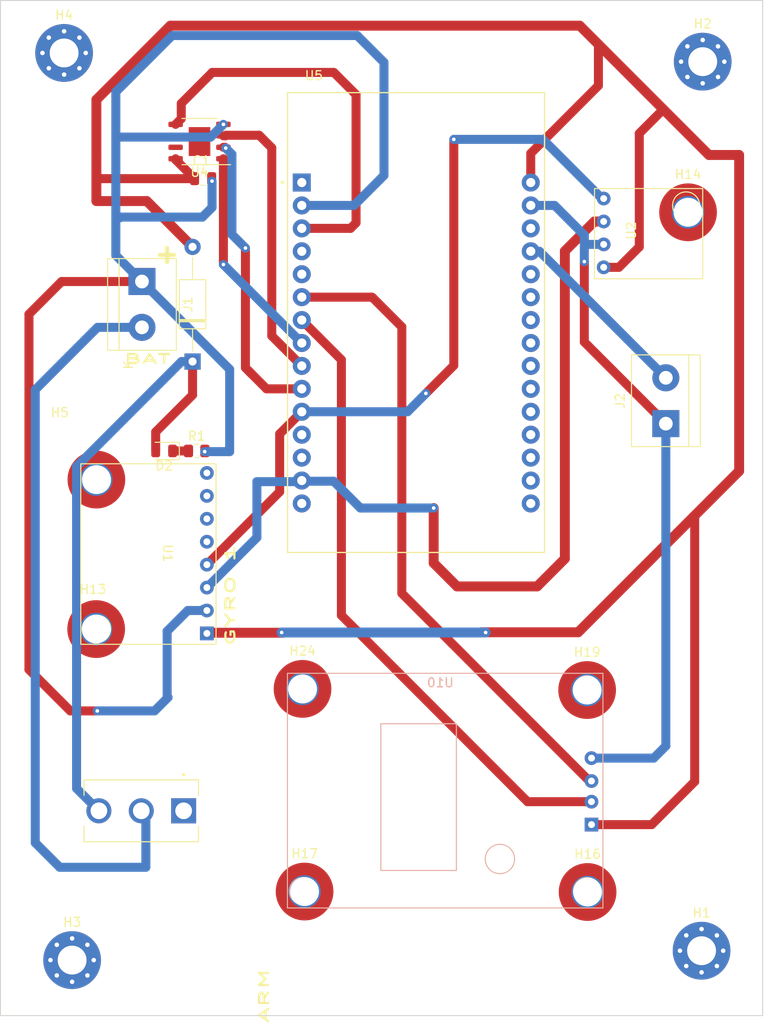
<source format=kicad_pcb>
(kicad_pcb (version 20211014) (generator pcbnew)
  (layers (0 "F.Cu" signal) (31 "B.Cu" signal) (34 "B.Paste" user) (35 "F.Paste" user) (36 "B.SilkS" user "B.Silkscreen") (37 "F.SilkS" user "F.Silkscreen") (38 "B.Mask" user) (39 "F.Mask" user) (44 "Edge.Cuts" user))
  (net 0 "")
  (net 1 "+5V")
  (net 2 "Net-(D1-Pad1)")
  (net 3 "Net-(J1-Pad2)")
  (net 4 "SCL")
  (net 8 "CS")
  (net 9 "~{CLK}")
  (net 10 "DI")
  (net 11 "~{HOLD}")
  (net 12 "ACTIVATE_EJECT")
  (net 14 "Net-(D2-Pad1)")
  (net 15 "GPS_TX")
  (net 16 "D0")
  (net 17 "GPS_RX")
  (net 18 "GND")
  (net 20 "SDA")
  (net 22 "CLK")
  (footprint "TerminalBlock:TerminalBlock_bornier-2_P5.08mm" (layer "F.Cu") (at 169.0878 50.3936 -90)
    (fp_text reference "J1" (at 2.54 -5.08 90) (layer "F.SilkS"))
    (fp_text value "Screw_Terminal_01x02")
    (fp_line (start -2.54 3.81) (end 7.62 3.81) (layer "F.SilkS") (width 0.12))
    (fp_line (start 7.62 2.54) (end -2.54 2.54) (layer "F.SilkS") (width 0.12))
    (fp_line (start 7.62 3.81) (end 7.62 -3.81) (layer "F.SilkS") (width 0.12))
    (fp_line (start -2.54 -3.81) (end -2.54 3.81) (layer "F.SilkS") (width 0.12))
    (fp_line (start 7.62 -3.81) (end -2.54 -3.81) (layer "F.SilkS") (width 0.12))
    (pad "1" thru_hole rect (at 0 0 270) (size 3 3) (drill 1.52) (layers *.Cu *.Mask) (net 18 "GND"))
    (pad "2" thru_hole circle (at 5.08 0 270) (size 3 3) (drill 1.52) (layers *.Cu *.Mask) (net 3 "Net-(J1-Pad2)"))
  )
  (footprint "MountingHole:MountingHole_3.2mm_M3_Pad_TopOnly" (layer "F.Cu") (at 229.6668 42.7228)
    (fp_text reference "H14" (at 0 -4.2) (layer "F.SilkS"))
    (fp_text value "MountingHole_Pad")
    (pad "1" thru_hole circle (at 0 0) (size 3.6 3.6) (drill 3.2) (layers *.Cu *.Mask))
    (pad "1" connect circle (at 0 0) (size 6.4 6.4) (layers "F.Cu" "F.Mask"))
  )
  (footprint "Capacitor_SMD:C_0805_2012Metric" (layer "F.Cu") (at 175.8728 38.997)
    (fp_text reference "C1" (at -0.2 -1.99) (layer "F.SilkS"))
    (fp_text value "100nF")
    (fp_line (start -0.261252 0.735) (end 0.261252 0.735) (layer "F.SilkS") (width 0.12))
    (fp_line (start -0.261252 -0.735) (end 0.261252 -0.735) (layer "F.SilkS") (width 0.12))
    (pad "1" smd roundrect (at -0.95 0) (size 1 1.45) (layers "F.Cu" "F.Paste" "F.Mask") (net 1 "+5V"))
    (pad "2" smd roundrect (at 0.95 0) (size 1 1.45) (layers "F.Cu" "F.Paste" "F.Mask") (net 18 "GND"))
  )
  (footprint "Diode_THT:D_A-405_P12.70mm_Horizontal" (layer "F.Cu") (at 174.7012 59.2582 90)
    (fp_text reference "D1" hide)
    (fp_text value "DIODE")
    (fp_text user "K" (at -0.381 -7.107 90) (layer "F.SilkS"))
    (fp_line (start 3.63 1.47) (end 9.07 1.47) (layer "F.SilkS") (width 0.12))
    (fp_line (start 4.41 -1.47) (end 4.41 1.47) (layer "F.SilkS") (width 0.12))
    (fp_line (start 4.53 -1.47) (end 4.53 1.47) (layer "F.SilkS") (width 0.12))
    (fp_line (start 4.65 -1.47) (end 4.65 1.47) (layer "F.SilkS") (width 0.12))
    (fp_line (start 3.63 -1.47) (end 3.63 1.47) (layer "F.SilkS") (width 0.12))
    (fp_line (start 1.14 0) (end 3.63 0) (layer "F.SilkS") (width 0.12))
    (fp_line (start 11.56 0) (end 9.07 0) (layer "F.SilkS") (width 0.12))
    (fp_line (start 9.07 -1.47) (end 3.63 -1.47) (layer "F.SilkS") (width 0.12))
    (fp_line (start 9.07 1.47) (end 9.07 -1.47) (layer "F.SilkS") (width 0.12))
    (pad "1" thru_hole rect (at 0 0 90) (size 1.8 1.8) (drill 0.9) (layers *.Cu *.Mask) (net 2 "Net-(D1-Pad1)"))
    (pad "2" thru_hole oval (at 12.7 0 90) (size 1.8 1.8) (drill 0.9) (layers *.Cu *.Mask) (net 1 "+5V"))
  )
  (footprint "TerminalBlock:TerminalBlock_bornier-2_P5.08mm" (layer "F.Cu") (at 227.203 66.1416 90)
    (fp_text reference "J2" (at 2.54 -5.08 90) (layer "F.SilkS"))
    (fp_text value "Screw_Terminal_01x02")
    (fp_line (start -2.54 -3.81) (end -2.54 3.81) (layer "F.SilkS") (width 0.12))
    (fp_line (start 7.62 2.54) (end -2.54 2.54) (layer "F.SilkS") (width 0.12))
    (fp_line (start 7.62 -3.81) (end -2.54 -3.81) (layer "F.SilkS") (width 0.12))
    (fp_line (start 7.62 3.81) (end 7.62 -3.81) (layer "F.SilkS") (width 0.12))
    (fp_line (start -2.54 3.81) (end 7.62 3.81) (layer "F.SilkS") (width 0.12))
    (pad "1" thru_hole rect (at 0 0 90) (size 3 3) (drill 1.52) (layers *.Cu *.Mask) (net 18 "GND"))
    (pad "2" thru_hole circle (at 5.08 0 90) (size 3 3) (drill 1.52) (layers *.Cu *.Mask) (net 12 "ACTIVATE_EJECT"))
  )
  (footprint "Package_SO:HTSOP-8-1EP_3.9x4.9mm_P1.27mm_EP2.4x3.2mm" (layer "F.Cu") (at 175.4728 34.887 180)
    (fp_text reference "U4" (at 0 -3.4) (layer "F.SilkS"))
    (fp_text value "W25Q64FV_Winbond_Flash_Memory")
    (fp_line (start 0 -2.56) (end -3.45 -2.56) (layer "F.SilkS") (width 0.12))
    (fp_line (start 0 2.56) (end -1.95 2.56) (layer "F.SilkS") (width 0.12))
    (fp_line (start 0 -2.56) (end 1.95 -2.56) (layer "F.SilkS") (width 0.12))
    (fp_line (start 0 2.56) (end 1.95 2.56) (layer "F.SilkS") (width 0.12))
    (pad "1" smd roundrect (at -2.65 -1.905 180) (size 1.6 0.6) (layers "F.Cu" "F.Paste" "F.Mask") (net 8 "CS"))
    (pad "2" smd roundrect (at -2.65 -0.635 180) (size 1.6 0.6) (layers "F.Cu" "F.Paste" "F.Mask") (net 16 "D0"))
    (pad "3" smd roundrect (at -2.65 0.635 180) (size 1.6 0.6) (layers "F.Cu" "F.Paste" "F.Mask") (net 9 "~{CLK}"))
    (pad "4" smd roundrect (at -2.65 1.905 180) (size 1.6 0.6) (layers "F.Cu" "F.Paste" "F.Mask") (net 18 "GND"))
    (pad "5" smd roundrect (at 2.65 1.905 180) (size 1.6 0.6) (layers "F.Cu" "F.Paste" "F.Mask") (net 10 "DI"))
    (pad "6" smd roundrect (at 2.65 0.635 180) (size 1.6 0.6) (layers "F.Cu" "F.Paste" "F.Mask") (net 22 "CLK"))
    (pad "7" smd roundrect (at 2.65 -0.635 180) (size 1.6 0.6) (layers "F.Cu" "F.Paste" "F.Mask") (net 11 "~{HOLD}"))
    (pad "8" smd roundrect (at 2.65 -1.905 180) (size 1.6 0.6) (layers "F.Cu" "F.Paste" "F.Mask") (net 1 "+5V"))
    (pad "9" smd rect (at 0 0 180) (size 2.4 3.2) (layers "F.Cu" "F.Mask"))
  )
  (footprint "MountingHole:MountingHole_3.2mm_M3_Pad_Via" (layer "F.Cu") (at 231.1654 124.5362)
    (fp_text reference "H1" (at 0 -4.2) (layer "F.SilkS"))
    (fp_text value "MountingHole_Pad")
    (pad "1" thru_hole circle (at 1.697056 -1.697056) (size 0.8 0.8) (drill 0.5) (layers *.Cu *.Mask) (net 18 "GND"))
    (pad "1" thru_hole circle (at 0 0) (size 6.4 6.4) (drill 3.2) (layers *.Cu *.Mask) (net 18 "GND"))
    (pad "1" thru_hole circle (at 1.697056 1.697056) (size 0.8 0.8) (drill 0.5) (layers *.Cu *.Mask) (net 18 "GND"))
    (pad "1" thru_hole circle (at 0 -2.4) (size 0.8 0.8) (drill 0.5) (layers *.Cu *.Mask) (net 18 "GND"))
    (pad "1" thru_hole circle (at 0 2.4) (size 0.8 0.8) (drill 0.5) (layers *.Cu *.Mask) (net 18 "GND"))
    (pad "1" thru_hole circle (at -1.697056 1.697056) (size 0.8 0.8) (drill 0.5) (layers *.Cu *.Mask) (net 18 "GND"))
    (pad "1" thru_hole circle (at 2.4 0) (size 0.8 0.8) (drill 0.5) (layers *.Cu *.Mask) (net 18 "GND"))
    (pad "1" thru_hole circle (at -2.4 0) (size 0.8 0.8) (drill 0.5) (layers *.Cu *.Mask) (net 18 "GND"))
    (pad "1" thru_hole circle (at -1.697056 -1.697056) (size 0.8 0.8) (drill 0.5) (layers *.Cu *.Mask) (net 18 "GND"))
  )
  (footprint "ESP32-DEVKIT-V1:MODULE_ESP32_DEVKIT_V1" (layer "F.Cu") (at 199.517 54.9402)
    (fp_text reference "U5" (at -11.355 -27.36) (layer "F.SilkS"))
    (fp_text value "ESP32-DEVKIT-V1")
    (fp_line (start -8.91 25.475) (end 8.78 25.475) (layer "F.SilkS") (width 0.127))
    (fp_line (start 14.23 25.475) (end -14.28 25.475) (layer "F.SilkS") (width 0.127))
    (fp_line (start -14.28 25.475) (end -14.28 -25.475) (layer "F.SilkS") (width 0.127))
    (fp_line (start 14.23 -25.475) (end 14.23 25.475) (layer "F.SilkS") (width 0.127))
    (fp_line (start -14.28 25.475) (end -8.91 25.475) (layer "F.SilkS") (width 0.127))
    (fp_line (start 14.23 -25.475) (end 14.23 25.475) (layer "F.SilkS") (width 0.127))
    (fp_line (start -14.28 -25.475) (end 14.23 -25.475) (layer "F.SilkS") (width 0.127))
    (fp_line (start -3.211 -25.475) (end 3.5 -25.475) (layer "F.SilkS") (width 0.127))
    (fp_line (start -14.28 25.475) (end -14.28 -25.475) (layer "F.SilkS") (width 0.127))
    (fp_line (start -14.28 -25.475) (end -3.211 -25.475) (layer "F.SilkS") (width 0.127))
    (fp_line (start 8.78 25.475) (end 14.23 25.475) (layer "F.SilkS") (width 0.127))
    (fp_line (start 3.5 -25.475) (end 14.23 -25.475) (layer "F.SilkS") (width 0.127))
    (fp_circle (center -14.85 -15.515) (end -14.75 -15.515) (layer "F.SilkS") (width 0.2) (fill none))
    (pad "" np_thru_hole circle locked (at -12.28 23.475) (size 3 3) (drill 3) (layers *.Cu *.Mask))
    (pad "" np_thru_hole circle locked (at -12.28 -23.475) (size 3 3) (drill 3) (layers *.Cu *.Mask))
    (pad "" np_thru_hole circle locked (at 12.23 -23.475) (size 3 3) (drill 3) (layers *.Cu *.Mask))
    (pad "" np_thru_hole circle locked (at 12.23 23.475) (size 3 3) (drill 3) (layers *.Cu *.Mask))
    (pad "1" thru_hole rect locked (at -12.7 -15.515) (size 2 2) (drill 1.02) (layers *.Cu *.Mask))
    (pad "2" thru_hole circle locked (at -12.7 -12.975) (size 2 2) (drill 1.02) (layers *.Cu *.Mask) (net 18 "GND"))
    (pad "3" thru_hole circle locked (at -12.7 -10.435) (size 2 2) (drill 1.02) (layers *.Cu *.Mask) (net 10 "DI"))
    (pad "4" thru_hole circle locked (at -12.7 -7.895) (size 2 2) (drill 1.02) (layers *.Cu *.Mask))
    (pad "5" thru_hole circle locked (at -12.7 -5.355) (size 2 2) (drill 1.02) (layers *.Cu *.Mask))
    (pad "6" thru_hole circle locked (at -12.7 -2.815) (size 2 2) (drill 1.02) (layers *.Cu *.Mask) (net 15 "GPS_TX"))
    (pad "7" thru_hole circle locked (at -12.7 -0.275) (size 2 2) (drill 1.02) (layers *.Cu *.Mask) (net 17 "GPS_RX"))
    (pad "8" thru_hole circle locked (at -12.7 2.265) (size 2 2) (drill 1.02) (layers *.Cu *.Mask) (net 8 "CS"))
    (pad "9" thru_hole circle locked (at -12.7 4.805) (size 2 2) (drill 1.02) (layers *.Cu *.Mask) (net 9 "~{CLK}"))
    (pad "10" thru_hole circle locked (at -12.7 7.345) (size 2 2) (drill 1.02) (layers *.Cu *.Mask) (net 16 "D0"))
    (pad "11" thru_hole circle locked (at -12.7 9.885) (size 2 2) (drill 1.02) (layers *.Cu *.Mask) (net 20 "SDA"))
    (pad "12" thru_hole circle locked (at -12.7 12.425) (size 2 2) (drill 1.02) (layers *.Cu *.Mask))
    (pad "13" thru_hole circle locked (at -12.7 14.965) (size 2 2) (drill 1.02) (layers *.Cu *.Mask))
    (pad "14" thru_hole circle locked (at -12.7 17.505) (size 2 2) (drill 1.02) (layers *.Cu *.Mask) (net 4 "SCL"))
    (pad "15" thru_hole circle locked (at -12.7 20.045) (size 2 2) (drill 1.02) (layers *.Cu *.Mask))
    (pad "16" thru_hole circle locked (at 12.7 20.045) (size 2 2) (drill 1.02) (layers *.Cu *.Mask))
    (pad "17" thru_hole circle locked (at 12.7 17.505) (size 2 2) (drill 1.02) (layers *.Cu *.Mask))
    (pad "18" thru_hole circle locked (at 12.7 14.965) (size 2 2) (drill 1.02) (layers *.Cu *.Mask))
    (pad "19" thru_hole circle locked (at 12.7 12.425) (size 2 2) (drill 1.02) (layers *.Cu *.Mask))
    (pad "20" thru_hole circle locked (at 12.7 9.885) (size 2 2) (drill 1.02) (layers *.Cu *.Mask))
    (pad "21" thru_hole circle locked (at 12.7 7.345) (size 2 2) (drill 1.02) (layers *.Cu *.Mask))
    (pad "22" thru_hole circle locked (at 12.7 4.805) (size 2 2) (drill 1.02) (layers *.Cu *.Mask))
    (pad "23" thru_hole circle locked (at 12.7 2.265) (size 2 2) (drill 1.02) (layers *.Cu *.Mask))
    (pad "24" thru_hole circle locked (at 12.7 -0.275) (size 2 2) (drill 1.02) (layers *.Cu *.Mask))
    (pad "25" thru_hole circle locked (at 12.7 -2.815) (size 2 2) (drill 1.02) (layers *.Cu *.Mask))
    (pad "26" thru_hole circle locked (at 12.7 -5.355) (size 2 2) (drill 1.02) (layers *.Cu *.Mask))
    (pad "27" thru_hole circle locked (at 12.7 -7.895) (size 2 2) (drill 1.02) (layers *.Cu *.Mask) (net 12 "ACTIVATE_EJECT"))
    (pad "28" thru_hole circle locked (at 12.7 -10.435) (size 2 2) (drill 1.02) (layers *.Cu *.Mask))
    (pad "29" thru_hole circle locked (at 12.7 -12.975) (size 2 2) (drill 1.02) (layers *.Cu *.Mask) (net 18 "GND"))
    (pad "30" thru_hole circle locked (at 12.7 -15.515) (size 2 2) (drill 1.02) (layers *.Cu *.Mask) (net 1 "+5V"))
  )
  (footprint "MountingHole:MountingHole_3.2mm_M3_Pad_Via" (layer "F.Cu") (at 160.4518 25.0698)
    (fp_text reference "H4" (at 0 -4.2) (layer "F.SilkS"))
    (fp_text value "MountingHole_Pad")
    (pad "1" thru_hole circle (at 1.697056 -1.697056) (size 0.8 0.8) (drill 0.5) (layers *.Cu *.Mask) (net 18 "GND"))
    (pad "1" thru_hole circle (at 0 -2.4) (size 0.8 0.8) (drill 0.5) (layers *.Cu *.Mask) (net 18 "GND"))
    (pad "1" thru_hole circle (at -1.697056 1.697056) (size 0.8 0.8) (drill 0.5) (layers *.Cu *.Mask) (net 18 "GND"))
    (pad "1" thru_hole circle (at -2.4 0) (size 0.8 0.8) (drill 0.5) (layers *.Cu *.Mask) (net 18 "GND"))
    (pad "1" thru_hole circle (at 2.4 0) (size 0.8 0.8) (drill 0.5) (layers *.Cu *.Mask) (net 18 "GND"))
    (pad "1" thru_hole circle (at -1.697056 -1.697056) (size 0.8 0.8) (drill 0.5) (layers *.Cu *.Mask) (net 18 "GND"))
    (pad "1" thru_hole circle (at 0 2.4) (size 0.8 0.8) (drill 0.5) (layers *.Cu *.Mask) (net 18 "GND"))
    (pad "1" thru_hole circle (at 1.697056 1.697056) (size 0.8 0.8) (drill 0.5) (layers *.Cu *.Mask) (net 18 "GND"))
    (pad "1" thru_hole circle (at 0 0) (size 6.4 6.4) (drill 3.2) (layers *.Cu *.Mask) (net 18 "GND"))
  )
  (footprint "MountingHole:MountingHole_3.2mm_M3_Pad_TopOnly" (layer "F.Cu") (at 187.1278 117.9812)
    (fp_text reference "H17" (at 0 -4.2) (layer "F.SilkS"))
    (fp_text value "MountingHole_Pad")
    (pad "1" thru_hole circle (at 0 0) (size 3.6 3.6) (drill 3.2) (layers *.Cu *.Mask) (net 18 "GND"))
    (pad "1" connect circle (at 0 0) (size 6.4 6.4) (layers "F.Cu" "F.Mask") (net 18 "GND"))
  )
  (footprint "spdt_toggle_switch:SW_100SP1T1B4M2QE" (layer "F.Cu") (at 169.0116 109.0357 -90)
    (fp_text reference "S1" hide)
    (fp_text value "100SP1T1B4M2QE")
    (fp_line (start 3.43 -6.35) (end 1.71 -6.35) (layer "F.SilkS") (width 0.127))
    (fp_line (start -1.71 -6.35) (end -3.43 -6.35) (layer "F.SilkS") (width 0.127))
    (fp_line (start -3.43 6.35) (end -3.43 -6.35) (layer "F.SilkS") (width 0.127))
    (fp_line (start 3.43 6.35) (end 1.71 6.35) (layer "F.SilkS") (width 0.127))
    (fp_line (start 3.43 -6.35) (end 3.43 6.35) (layer "F.SilkS") (width 0.127))
    (fp_line (start -1.71 6.35) (end -3.43 6.35) (layer "F.SilkS") (width 0.127))
    (fp_circle (center -4 -4.7) (end -3.9 -4.7) (layer "F.SilkS") (width 0.2) (fill none))
    (pad "1" thru_hole rect locked (at 0 -4.7 270) (size 2.775 2.775) (drill 1.85) (layers *.Cu *.Mask))
    (pad "2" thru_hole circle locked (at 0 0 270) (size 2.775 2.775) (drill 1.85) (layers *.Cu *.Mask) (net 3 "Net-(J1-Pad2)"))
    (pad "3" thru_hole circle locked (at 0 4.7 270) (size 2.775 2.775) (drill 1.85) (layers *.Cu *.Mask) (net 2 "Net-(D1-Pad1)"))
  )
  (footprint "MountingHole:MountingHole_3.2mm_M3_Pad_TopOnly" (layer "F.Cu") (at 218.5222 118.032)
    (fp_text reference "H16" (at 0 -4.2) (layer "F.SilkS"))
    (fp_text value "MountingHole_Pad")
    (pad "1" thru_hole circle (at 0 0) (size 3.6 3.6) (drill 3.2) (layers *.Cu *.Mask) (net 18 "GND"))
    (pad "1" connect circle (at 0 0) (size 6.4 6.4) (layers "F.Cu" "F.Mask") (net 18 "GND"))
  )
  (footprint "MountingHole:MountingHole_3.2mm_M3_Pad_Via" (layer "F.Cu") (at 231.2924 26.035)
    (fp_text reference "H2" (at 0 -4.2) (layer "F.SilkS"))
    (fp_text value "MountingHole_Pad")
    (pad "1" thru_hole circle (at 0 0) (size 6.4 6.4) (drill 3.2) (layers *.Cu *.Mask) (net 18 "GND"))
    (pad "1" thru_hole circle (at 0 -2.4) (size 0.8 0.8) (drill 0.5) (layers *.Cu *.Mask) (net 18 "GND"))
    (pad "1" thru_hole circle (at 0 2.4) (size 0.8 0.8) (drill 0.5) (layers *.Cu *.Mask) (net 18 "GND"))
    (pad "1" thru_hole circle (at -1.697056 -1.697056) (size 0.8 0.8) (drill 0.5) (layers *.Cu *.Mask) (net 18 "GND"))
    (pad "1" thru_hole circle (at 1.697056 1.697056) (size 0.8 0.8) (drill 0.5) (layers *.Cu *.Mask) (net 18 "GND"))
    (pad "1" thru_hole circle (at -2.4 0) (size 0.8 0.8) (drill 0.5) (layers *.Cu *.Mask) (net 18 "GND"))
    (pad "1" thru_hole circle (at -1.697056 1.697056) (size 0.8 0.8) (drill 0.5) (layers *.Cu *.Mask) (net 18 "GND"))
    (pad "1" thru_hole circle (at 1.697056 -1.697056) (size 0.8 0.8) (drill 0.5) (layers *.Cu *.Mask) (net 18 "GND"))
    (pad "1" thru_hole circle (at 2.4 0) (size 0.8 0.8) (drill 0.5) (layers *.Cu *.Mask) (net 18 "GND"))
  )
  (footprint "MountingHole:MountingHole_3.2mm_M3_Pad_TopOnly" (layer "F.Cu") (at 218.4714 95.6546)
    (fp_text reference "H19" (at 0 -4.2) (layer "F.SilkS"))
    (fp_text value "MountingHole_Pad")
    (pad "1" connect circle (at 0 0) (size 6.4 6.4) (layers "F.Cu" "F.Mask") (net 18 "GND"))
    (pad "1" thru_hole circle (at 0 0) (size 3.6 3.6) (drill 3.2) (layers *.Cu *.Mask) (net 18 "GND"))
  )
  (footprint "MountingHole:MountingHole_3.2mm_M3_Pad_Via" (layer "F.Cu") (at 161.3408 125.5776)
    (fp_text reference "H3" (at 0 -4.2) (layer "F.SilkS"))
    (fp_text value "MountingHole_Pad")
    (pad "1" thru_hole circle (at 0 2.4) (size 0.8 0.8) (drill 0.5) (layers *.Cu *.Mask) (net 18 "GND"))
    (pad "1" thru_hole circle (at 0 0) (size 6.4 6.4) (drill 3.2) (layers *.Cu *.Mask) (net 18 "GND"))
    (pad "1" thru_hole circle (at 1.697056 1.697056) (size 0.8 0.8) (drill 0.5) (layers *.Cu *.Mask) (net 18 "GND"))
    (pad "1" thru_hole circle (at -1.697056 -1.697056) (size 0.8 0.8) (drill 0.5) (layers *.Cu *.Mask) (net 18 "GND"))
    (pad "1" thru_hole circle (at 1.697056 -1.697056) (size 0.8 0.8) (drill 0.5) (layers *.Cu *.Mask) (net 18 "GND"))
    (pad "1" thru_hole circle (at -1.697056 1.697056) (size 0.8 0.8) (drill 0.5) (layers *.Cu *.Mask) (net 18 "GND"))
    (pad "1" thru_hole circle (at -2.4 0) (size 0.8 0.8) (drill 0.5) (layers *.Cu *.Mask) (net 18 "GND"))
    (pad "1" thru_hole circle (at 2.4 0) (size 0.8 0.8) (drill 0.5) (layers *.Cu *.Mask) (net 18 "GND"))
    (pad "1" thru_hole circle (at 0 -2.4) (size 0.8 0.8) (drill 0.5) (layers *.Cu *.Mask) (net 18 "GND"))
  )
  (footprint "custom-footprints:BMP180" (layer "F.Cu") (at 219.2914 50.0916 90)
    (fp_text reference "U2" (at 5.334 4.088 90 unlocked) (layer "F.SilkS"))
    (fp_text value "BMP180")
    (fp_rect (start 0 0) (end 10 12) (layer "F.SilkS") (width 0.12) (fill none))
    (fp_circle (center 8.128 10.16) (end 9.628 10.16) (layer "F.SilkS") (width 0.12) (fill none))
    (pad "1" thru_hole circle (at 8.89 1.016 90) (size 1.524 1.524) (drill 0.762) (layers *.Cu *.Mask) (net 20 "SDA"))
    (pad "2" thru_hole circle (at 6.35 1.016 90) (size 1.524 1.524) (drill 0.762) (layers *.Cu *.Mask) (net 4 "SCL"))
    (pad "3" thru_hole circle (at 3.81 1.016 90) (size 1.524 1.524) (drill 0.762) (layers *.Cu *.Mask) (net 18 "GND"))
    (pad "4" thru_hole circle (at 1.27 1.016 90) (size 1.524 1.524) (drill 0.762) (layers *.Cu *.Mask) (net 1 "+5V"))
  )
  (footprint "custom-footprints:MPU6050" (layer "F.Cu") (at 177.3056 70.5876 -90)
    (fp_text reference "U1" (at 9.906 5.358 -90 unlocked) (layer "F.SilkS"))
    (fp_text value "MPU6050")
    (fp_rect (start 0 0) (end 20 15) (layer "F.SilkS") (width 0.12) (fill none))
    (fp_circle (center 18.288 13.184) (end 19.788 13.184) (layer "F.SilkS") (width 0.12) (fill none))
    (fp_circle (center 1.778 13.208) (end 3.278 13.208) (layer "F.SilkS") (width 0.12) (fill none))
    (pad "1" thru_hole rect (at 18.796 1.016 270) (size 1.524 1.524) (drill 0.762) (layers *.Cu *.Mask) (net 1 "+5V"))
    (pad "2" thru_hole circle (at 16.256 1.016 270) (size 1.524 1.524) (drill 0.762) (layers *.Cu *.Mask) (net 18 "GND"))
    (pad "3" thru_hole circle (at 13.716 1.016 270) (size 1.524 1.524) (drill 0.762) (layers *.Cu *.Mask) (net 4 "SCL"))
    (pad "4" thru_hole circle (at 11.176 1.016 270) (size 1.524 1.524) (drill 0.762) (layers *.Cu *.Mask) (net 20 "SDA"))
    (pad "5" thru_hole circle (at 8.636 1.016 270) (size 1.524 1.524) (drill 0.762) (layers *.Cu *.Mask))
    (pad "6" thru_hole circle (at 6.096 1.016 270) (size 1.524 1.524) (drill 0.762) (layers *.Cu *.Mask))
    (pad "7" thru_hole circle (at 3.556 1.016 270) (size 1.524 1.524) (drill 0.762) (layers *.Cu *.Mask))
    (pad "8" thru_hole circle (at 1.016 1.016 270) (size 1.524 1.524) (drill 0.762) (layers *.Cu *.Mask))
  )
  (footprint "LED_SMD:LED_0805_2012Metric" (layer "F.Cu") (at 171.5493 69.1642 180)
    (fp_text reference "D2" (at 0 -1.65) (layer "F.SilkS"))
    (fp_text value "LED")
    (fp_line (start -1.685 -0.96) (end -1.685 0.96) (layer "F.SilkS") (width 0.12))
    (fp_line (start -1.685 0.96) (end 1 0.96) (layer "F.SilkS") (width 0.12))
    (fp_line (start 1 -0.96) (end -1.685 -0.96) (layer "F.SilkS") (width 0.12))
    (pad "1" smd roundrect (at -0.9375 0 180) (size 0.975 1.4) (layers "F.Cu" "F.Paste" "F.Mask") (net 14 "Net-(D2-Pad1)"))
    (pad "2" smd roundrect (at 0.9375 0 180) (size 0.975 1.4) (layers "F.Cu" "F.Paste" "F.Mask") (net 2 "Net-(D1-Pad1)"))
  )
  (footprint "MountingHole:MountingHole_3.2mm_M3_Pad_TopOnly" (layer "F.Cu") (at 186.8992 95.5276)
    (fp_text reference "H24" (at 0 -4.2) (layer "F.SilkS"))
    (fp_text value "MountingHole_Pad")
    (pad "1" thru_hole circle (at 0 0) (size 3.6 3.6) (drill 3.2) (layers *.Cu *.Mask) (net 18 "GND"))
    (pad "1" connect circle (at 0 0) (size 6.4 6.4) (layers "F.Cu" "F.Mask") (net 18 "GND"))
  )
  (footprint "Resistor_SMD:R_0805_2012Metric" (layer "F.Cu") (at 175.1584 69.1642)
    (fp_text reference "R1" (at 0 -1.65) (layer "F.SilkS"))
    (fp_text value "R")
    (fp_line (start -0.227064 0.735) (end 0.227064 0.735) (layer "F.SilkS") (width 0.12))
    (fp_line (start -0.227064 -0.735) (end 0.227064 -0.735) (layer "F.SilkS") (width 0.12))
    (pad "1" smd roundrect (at -0.9125 0) (size 1.025 1.4) (layers "F.Cu" "F.Paste" "F.Mask") (roundrect_rratio 0.243902439) (net 14 "Net-(D2-Pad1)"))
    (pad "2" smd roundrect (at 0.9125 0) (size 1.025 1.4) (layers "F.Cu" "F.Paste" "F.Mask") (roundrect_rratio 0.243902439) (net 18 "GND"))
  )
  (footprint "MountingHole:MountingHole_3.2mm_M3_Pad_TopOnly" (layer "F.Cu") (at 164.0078 88.9)
    (fp_text reference "H13" (at -0.3556 -4.4032) (layer "F.SilkS"))
    (fp_text value "MountingHole_Pad")
    (pad "1" thru_hole circle (at 0 0) (size 3.6 3.6) (drill 3.2) (layers *.Cu *.Mask) (net 18 "GND"))
    (pad "1" connect circle (at 0 0) (size 6.4 6.4) (layers "F.Cu" "F.Mask") (net 18 "GND"))
  )
  (footprint "MountingHole:MountingHole_3.2mm_M3_Pad_TopOnly" (layer "F.Cu") (at 164.0332 72.3392)
    (fp_text reference "H5" (at -4.064 -7.4258) (layer "F.SilkS"))
    (fp_text value "MountingHole_Pad")
    (pad "1" thru_hole circle (at 0 0) (size 3.6 3.6) (drill 3.2) (layers *.Cu *.Mask) (net 18 "GND"))
    (pad "1" connect circle (at 0 0) (size 6.4 6.4) (layers "F.Cu" "F.Mask") (net 18 "GND"))
  )
  (footprint "custom-footprints:GPS-NEO6M" (layer "B.Cu") (at 220.224 93.8004 180)
    (fp_text reference "U10" (at 18.034 -1.04 unlocked) (layer "B.SilkS") (effects (justify mirror)))
    (fp_text value "GPS-NEO6M")
    (fp_rect (start 16.256 -5.588) (end 24.638 -21.844) (layer "B.SilkS") (width 0.12) (fill none))
    (fp_rect (start 0 0) (end 35 -26) (layer "B.SilkS") (width 0.12) (fill none))
    (fp_circle (center 1.778 -1.778) (end 3.278 -1.778) (layer "B.SilkS") (width 0.12) (fill none))
    (fp_circle (center 11.43 -20.574) (end 12.7 -21.59) (layer "B.SilkS") (width 0.12) (fill none))
    (fp_circle (center 33.274 -1.778) (end 34.774 -1.778) (layer "B.SilkS") (width 0.12) (fill none))
    (fp_circle (center 33.274 -24.13) (end 34.774 -24.13) (layer "B.SilkS") (width 0.12) (fill none))
    (fp_circle (center 1.778 -24.13) (end 3.278 -24.13) (layer "B.SilkS") (width 0.12) (fill none))
    (pad "1" thru_hole rect (at 1.27 -16.764 180) (size 1.524 1.524) (drill 0.762) (layers *.Cu *.Mask) (net 1 "+5V"))
    (pad "2" thru_hole circle (at 1.27 -14.224 180) (size 1.524 1.524) (drill 0.762) (layers *.Cu *.Mask) (net 17 "GPS_RX"))
    (pad "3" thru_hole circle (at 1.27 -11.938 180) (size 1.524 1.524) (drill 0.762) (layers *.Cu *.Mask) (net 15 "GPS_TX"))
    (pad "4" thru_hole circle (at 1.27 -9.398 180) (size 1.524 1.524) (drill 0.762) (layers *.Cu *.Mask) (net 18 "GND"))
  )
  (gr_rect (start 153.3906 19.2532) (end 237.9472 131.7244) (layer "Edge.Cuts") (width 0.1) (fill none))
  (gr_text "+" (at 171.8564 47.3202) (layer "F.SilkS") (effects (font (size 2 2) (thickness 0.5))))
  (gr_text "BAT" (at 169.6974 58.9788) (layer "F.SilkS") (effects (font (size 1 2) (thickness 0.25))))
  (gr_text "GYRO 1" (at 178.8922 85.1662 90) (layer "F.SilkS") (effects (font (size 1 2) (thickness 0.25))))
  (gr_text "ARM" (at 182.626 129.5146 90) (layer "F.SilkS") (effects (font (size 1 2) (thickness 0.25))))
  (segment (start 231.9782 36.3728) (end 226.9236 31.3182) (width 1.1) (layer "F.Cu") (net 1))
  (segment (start 184.7596 89.3064) (end 176.3668 89.3064) (width 1.1) (layer "F.Cu") (net 1))
  (segment (start 235.331 36.3728) (end 231.9782 36.3728) (width 1.1) (layer "F.Cu") (net 1))
  (segment (start 224.2566 33.9852) (end 226.9236 31.3182) (width 1) (layer "F.Cu") (net 1))
  (segment (start 164.0332 30.2514) (end 164.0332 36.3728) (width 1.1) (layer "F.Cu") (net 1))
  (segment (start 176.3668 89.3064) (end 176.2896 89.3836) (width 1.1) (layer "F.Cu") (net 1))
  (segment (start 235.331 71.3994) (end 235.331 36.3728) (width 1.1) (layer "F.Cu") (net 1))
  (segment (start 217.6526 22.0472) (end 172.2374 22.0472) (width 1.1) (layer "F.Cu") (net 1))
  (segment (start 164.0332 41.4782) (end 169.6212 41.4782) (width 1.1) (layer "F.Cu") (net 1))
  (segment (start 206.7052 89.2556) (end 217.4748 89.2556) (width 1.1) (layer "F.Cu") (net 1))
  (segment (start 221.9932 48.8216) (end 224.2566 46.5582) (width 1) (layer "F.Cu") (net 1))
  (segment (start 172.2374 22.0472) (end 164.0332 30.2514) (width 1.1) (layer "F.Cu") (net 1))
  (segment (start 172.8228 36.897) (end 172.8228 36.792) (width 1) (layer "F.Cu") (net 1))
  (segment (start 164.0332 38.608) (end 164.0332 41.4782) (width 1.1) (layer "F.Cu") (net 1))
  (segment (start 230.4034 105.791) (end 230.4034 76.6064) (width 1) (layer "F.Cu") (net 1))
  (segment (start 164.4222 38.997) (end 164.0332 38.608) (width 1) (layer "F.Cu") (net 1))
  (segment (start 226.9236 31.3182) (end 219.7227 24.1173) (width 1.1) (layer "F.Cu") (net 1))
  (segment (start 218.9558 110.5662) (end 225.6282 110.5662) (width 1) (layer "F.Cu") (net 1))
  (segment (start 169.6212 41.4782) (end 174.7012 46.5582) (width 1.1) (layer "F.Cu") (net 1))
  (segment (start 212.217 36.195) (end 219.7227 28.6893) (width 1) (layer "F.Cu") (net 1))
  (segment (start 225.6282 110.5662) (end 230.4034 105.791) (width 1) (layer "F.Cu") (net 1))
  (segment (start 220.3074 48.8216) (end 221.9932 48.8216) (width 1) (layer "F.Cu") (net 1))
  (segment (start 164.0332 36.3728) (end 164.0332 38.608) (width 1.1) (layer "F.Cu") (net 1))
  (segment (start 230.2637 76.4667) (end 235.331 71.3994) (width 1.1) (layer "F.Cu") (net 1))
  (segment (start 174.9228 38.997) (end 172.8228 36.897) (width 1) (layer "F.Cu") (net 1))
  (segment (start 174.9228 38.997) (end 164.4222 38.997) (width 1) (layer "F.Cu") (net 1))
  (segment (start 218.954 110.5644) (end 218.9558 110.5662) (width 1) (layer "F.Cu") (net 1))
  (segment (start 224.2566 46.5582) (end 224.2566 33.9852) (width 1) (layer "F.Cu") (net 1))
  (segment (start 219.7227 28.6893) (end 219.7227 24.1173) (width 1) (layer "F.Cu") (net 1))
  (segment (start 217.4748 89.2556) (end 230.2637 76.4667) (width 1.1) (layer "F.Cu") (net 1))
  (segment (start 219.7227 24.1173) (end 217.6526 22.0472) (width 1.1) (layer "F.Cu") (net 1))
  (segment (start 230.4034 76.6064) (end 230.2637 76.4667) (width 1) (layer "F.Cu") (net 1))
  (segment (start 212.217 39.4252) (end 212.217 36.195) (width 1) (layer "F.Cu") (net 1))
  (via (at 207.2132 89.281) (size 0.8) (drill 0.4) (layers "F.Cu" "B.Cu") (net 1))
  (via (at 184.5818 89.281) (size 0.8) (drill 0.4) (layers "F.Cu" "B.Cu") (net 1))
  (segment (start 207.2132 89.281) (end 184.5818 89.281) (width 1.1) (layer "B.Cu") (net 1))
  (segment (start 174.7012 62.9666) (end 170.6118 67.056) (width 1) (layer "F.Cu") (net 2))
  (segment (start 174.7012 59.2582) (end 174.7012 62.9666) (width 1) (layer "F.Cu") (net 2))
  (segment (start 170.6118 67.056) (end 170.6118 69.1642) (width 1) (layer "F.Cu") (net 2))
  (segment (start 168.4953 56.0661) (end 169.0878 55.4736) (width 1) (layer "F.Cu") (net 3))
  (segment (start 169.0878 55.4736) (end 164.1602 55.4736) (width 1) (layer "B.Cu") (net 3))
  (segment (start 157.2514 62.3824) (end 157.2514 112.5728) (width 1) (layer "B.Cu") (net 3))
  (segment (start 164.1602 55.4736) (end 157.2514 62.3824) (width 1) (layer "B.Cu") (net 3))
  (segment (start 157.2514 112.5728) (end 159.9692 115.2906) (width 1) (layer "B.Cu") (net 3))
  (segment (start 169.5196 109.5437) (end 169.0116 109.0357) (width 1) (layer "B.Cu") (net 3))
  (segment (start 159.9692 115.2906) (end 169.5196 115.2906) (width 1) (layer "B.Cu") (net 3))
  (segment (start 169.5196 115.2906) (end 169.5196 109.5437) (width 1) (layer "B.Cu") (net 3))
  (segment (start 212.9282 84.1756) (end 204.0382 84.1756) (width 1.1) (layer "F.Cu") (net 4))
  (segment (start 219.2754 43.7416) (end 216.0016 47.0154) (width 1.1) (layer "F.Cu") (net 4))
  (segment (start 220.3074 43.7416) (end 219.2754 43.7416) (width 1.1) (layer "F.Cu") (net 4))
  (segment (start 204.0382 84.1756) (end 201.4485 81.5859) (width 1.1) (layer "F.Cu") (net 4))
  (segment (start 201.4485 81.5859) (end 201.4485 75.4886) (width 1.1) (layer "F.Cu") (net 4))
  (segment (start 216.0016 81.1022) (end 212.9282 84.1756) (width 1.1) (layer "F.Cu") (net 4))
  (segment (start 216.0016 47.0154) (end 216.0016 81.1022) (width 1.1) (layer "F.Cu") (net 4))
  (via (at 201.4485 75.4886) (size 0.8) (drill 0.4) (layers "F.Cu" "B.Cu") (net 4))
  (segment (start 181.8386 78.7546) (end 181.8386 72.5678) (width 1) (layer "B.Cu") (net 4))
  (segment (start 181.8386 72.5678) (end 186.6944 72.5678) (width 1) (layer "B.Cu") (net 4))
  (segment (start 201.4485 75.4886) (end 193.3192 75.4886) (width 1) (layer "B.Cu") (net 4))
  (segment (start 193.3192 75.4886) (end 190.3476 72.517) (width 1) (layer "B.Cu") (net 4))
  (segment (start 190.3476 72.517) (end 186.8888 72.517) (width 1) (layer "B.Cu") (net 4))
  (segment (start 186.6944 72.5678) (end 186.817 72.4452) (width 1) (layer "B.Cu") (net 4))
  (segment (start 186.8888 72.517) (end 186.817 72.4452) (width 1) (layer "B.Cu") (net 4))
  (segment (start 176.2896 84.3036) (end 181.8386 78.7546) (width 1) (layer "B.Cu") (net 4))
  (segment (start 178.1228 36.792) (end 178.1228 48.511) (width 1) (layer "F.Cu") (net 8))
  (via (at 178.1228 48.511) (size 0.8) (drill 0.4) (layers "F.Cu" "B.Cu") (net 8))
  (segment (start 186.817 57.2052) (end 178.1228 48.511) (width 1) (layer "B.Cu") (net 8))
  (segment (start 178.3497 34.252) (end 178.1228 34.252) (width 1) (layer "F.Cu") (net 9))
  (segment (start 178.4133 34.1884) (end 178.3497 34.252) (width 1) (layer "F.Cu") (net 9))
  (segment (start 183.4896 56.4178) (end 183.4896 35.5854) (width 1) (layer "F.Cu") (net 9))
  (segment (start 186.817 59.7452) (end 183.4896 56.4178) (width 1) (layer "F.Cu") (net 9))
  (segment (start 182.0926 34.1884) (end 178.4133 34.1884) (width 1) (layer "F.Cu") (net 9))
  (segment (start 183.4896 35.5854) (end 182.0926 34.1884) (width 1) (layer "F.Cu") (net 9))
  (segment (start 172.8228 32.982) (end 173.4486 32.3562) (width 1) (layer "F.Cu") (net 10))
  (segment (start 190.373 27.2288) (end 192.8368 29.6926) (width 1) (layer "F.Cu") (net 10))
  (segment (start 173.4486 30.6658) (end 176.8856 27.2288) (width 1) (layer "F.Cu") (net 10))
  (segment (start 192.2228 44.5052) (end 186.817 44.5052) (width 1) (layer "F.Cu") (net 10))
  (segment (start 173.4486 32.3562) (end 173.4486 30.6658) (width 1) (layer "F.Cu") (net 10))
  (segment (start 176.8856 27.2288) (end 190.373 27.2288) (width 1) (layer "F.Cu") (net 10))
  (segment (start 192.8368 43.8912) (end 192.2228 44.5052) (width 1) (layer "F.Cu") (net 10))
  (segment (start 192.8368 29.6926) (end 192.8368 43.8912) (width 1) (layer "F.Cu") (net 10))
  (segment (start 213.1866 47.0452) (end 227.203 61.0616) (width 1) (layer "B.Cu") (net 12))
  (segment (start 212.217 47.0452) (end 213.1866 47.0452) (width 1) (layer "B.Cu") (net 12))
  (segment (start 174.2459 69.1642) (end 172.4868 69.1642) (width 1) (layer "F.Cu") (net 14))
  (segment (start 197.9168 55.4228) (end 197.9168 84.9376) (width 1) (layer "F.Cu") (net 15))
  (segment (start 194.6314 52.1716) (end 194.6656 52.1716) (width 1) (layer "F.Cu") (net 15))
  (segment (start 194.585 52.1252) (end 194.6314 52.1716) (width 1) (layer "F.Cu") (net 15))
  (segment (start 186.817 52.1252) (end 194.585 52.1252) (width 1) (layer "F.Cu") (net 15))
  (segment (start 186.9484 51.9938) (end 186.817 52.1252) (width 1) (layer "F.Cu") (net 15))
  (segment (start 194.6656 52.1716) (end 197.9168 55.4228) (width 1) (layer "F.Cu") (net 15))
  (segment (start 218.7176 105.7384) (end 218.954 105.7384) (width 1) (layer "F.Cu") (net 15))
  (segment (start 197.9168 84.9376) (end 218.7176 105.7384) (width 1) (layer "F.Cu") (net 15))
  (segment (start 178.1228 35.522) (end 178.2954 35.522) (width 1) (layer "F.Cu") (net 16))
  (segment (start 182.9098 62.2852) (end 181.229 60.6044) (width 1) (layer "F.Cu") (net 16))
  (segment (start 180.5686 46.6852) (end 180.5686 59.944) (width 1) (layer "F.Cu") (net 16))
  (segment (start 186.817 62.2852) (end 182.9098 62.2852) (width 1) (layer "F.Cu") (net 16))
  (segment (start 181.229 60.6044) (end 180.848 60.2234) (width 1) (layer "F.Cu") (net 16))
  (segment (start 178.2954 35.522) (end 178.3842 35.6108) (width 1) (layer "F.Cu") (net 16))
  (segment (start 180.5686 59.944) (end 181.229 60.6044) (width 1) (layer "F.Cu") (net 16))
  (via (at 178.3842 35.6108) (size 0.8) (drill 0.4) (layers "F.Cu" "B.Cu") (net 16))
  (via (at 180.5686 46.6852) (size 0.8) (drill 0.4) (layers "F.Cu" "B.Cu") (net 16))
  (segment (start 178.3842 35.6108) (end 179.07 36.2966) (width 1) (layer "B.Cu") (net 16))
  (segment (start 179.07 43.2562) (end 179.07 45.1866) (width 1) (layer "B.Cu") (net 16))
  (segment (start 179.07 36.2966) (end 179.07 43.8658) (width 1) (layer "B.Cu") (net 16))
  (segment (start 179.07 45.1866) (end 180.5686 46.6852) (width 1) (layer "B.Cu") (net 16))
  (segment (start 186.817 54.6652) (end 191.2112 59.0594) (width 1) (layer "F.Cu") (net 17))
  (segment (start 191.2112 87.376) (end 211.8596 108.0244) (width 1) (layer "F.Cu") (net 17))
  (segment (start 191.2112 59.0594) (end 191.2112 87.376) (width 1) (layer "F.Cu") (net 17))
  (segment (start 211.8596 108.0244) (end 218.954 108.0244) (width 1) (layer "F.Cu") (net 17))
  (segment (start 156.5529 93.3831) (end 156.5529 54.0131) (width 1) (layer "F.Cu") (net 18))
  (segment (start 176.5036 86.8436) (end 176.2896 86.8436) (width 1) (layer "F.Cu") (net 18))
  (segment (start 161.1376 97.9678) (end 156.5529 93.3831) (width 1) (layer "F.Cu") (net 18))
  (segment (start 218.1606 57.0992) (end 227.203 66.1416) (width 1) (layer "F.Cu") (net 18))
  (segment (start 160.1724 50.3936) (end 169.0878 50.3936) (width 1) (layer "F.Cu") (net 18))
  (segment (start 164.1348 97.9678) (end 161.1376 97.9678) (width 1) (layer "F.Cu") (net 18))
  (segment (start 212.4158 41.9652) (end 212.471 41.91) (width 1) (layer "F.Cu") (net 18))
  (segment (start 176.0709 69.2169) (end 176.0474 69.2404) (width 1) (layer "F.Cu") (net 18))
  (segment (start 156.5529 54.0131) (end 160.1724 50.3936) (width 1) (layer "F.Cu") (net 18))
  (segment (start 176.0709 69.1642) (end 176.0709 69.2169) (width 1) (layer "F.Cu") (net 18))
  (segment (start 169.0878 50.5714) (end 169.0878 50.3936) (width 1) (layer "F.Cu") (net 18))
  (segment (start 212.217 41.9652) (end 212.4158 41.9652) (width 1) (layer "F.Cu") (net 18))
  (segment (start 220.3074 46.3926) (end 220.2942 46.4058) (width 0.25) (layer "F.Cu") (net 18))
  (segment (start 220.3074 46.2816) (end 220.3074 46.3926) (width 0.25) (layer "F.Cu") (net 18))
  (segment (start 218.1606 48.1838) (end 218.1606 57.0992) (width 1) (layer "F.Cu") (net 18))
  (via (at 218.1606 48.1838) (size 0.8) (drill 0.4) (layers "F.Cu" "B.Cu") (net 18))
  (via (at 178.1228 32.982) (size 0.8) (drill 0.4) (layers "F.Cu" "B.Cu") (net 18))
  (via (at 176.0474 69.2404) (size 0.8) (drill 0.4) (layers "F.Cu" "B.Cu") (net 18))
  (via (at 164.1348 97.9678) (size 0.8) (drill 0.4) (layers "F.Cu" "B.Cu") (net 18))
  (via (at 176.8602 39.2684) (size 0.8) (drill 0.4) (layers "F.Cu" "B.Cu") (net 18))
  (segment (start 187.7324 117.3766) (end 187.1278 117.9812) (width 1) (layer "B.Cu") (net 18))
  (segment (start 171.9834 96.4692) (end 170.4848 97.9678) (width 1) (layer "B.Cu") (net 18))
  (segment (start 176.2896 86.8436) (end 174.1668 86.8436) (width 1) (layer "B.Cu") (net 18))
  (segment (start 176.1362 86.6902) (end 176.2896 86.8436) (width 1) (layer "B.Cu") (net 18))
  (segment (start 176.8602 42.1894) (end 175.7934 43.2562) (width 1) (layer "B.Cu") (net 18))
  (segment (start 173.4761 59.2582) (end 161.8352 70.8991) (width 1) (layer "B.Cu") (net 18))
  (segment (start 166.7002 43.2562) (end 166.5986 43.3578) (width 1) (layer "B.Cu") (net 18))
  (segment (start 171.8818 89.1286) (end 171.8818 96.3676) (width 1) (layer "B.Cu") (net 18))
  (segment (start 175.9204 86.6902) (end 176.1362 86.6902) (width 1) (layer "B.Cu") (net 18))
  (segment (start 212.217 41.9652) (end 214.863 41.9652) (width 1) (layer "B.Cu") (net 18))
  (segment (start 218.1606 45.2628) (end 218.1606 46.4058) (width 1) (layer "B.Cu") (net 18))
  (segment (start 220.3074 46.2816) (end 218.2848 46.2816) (width 1) (layer "B.Cu") (net 18))
  (segment (start 171.8818 96.3676) (end 171.9834 96.4692) (width 1) (layer "B.Cu") (net 18))
  (segment (start 186.8678 41.8592) (end 186.8678 41.9144) (width 0.25) (layer "B.Cu") (net 18))
  (segment (start 161.8352 106.5593) (end 164.3116 109.0357) (width 1) (layer "B.Cu") (net 18))
  (segment (start 195.9356 38.6334) (end 195.9356 26.1112) (width 1) (layer "B.Cu") (net 18))
  (segment (start 192.9638 23.1394) (end 172.4406 23.1394) (width 1) (layer "B.Cu") (net 18))
  (segment (start 187.7324 96.3608) (end 186.8992 95.5276) (width 1) (layer "B.Cu") (net 18))
  (segment (start 170.4848 97.9678) (end 164.1348 97.9678) (width 1) (layer "B.Cu") (net 18))
  (segment (start 161.8352 70.8991) (end 161.8352 106.5593) (width 1) (layer "B.Cu") (net 18))
  (segment (start 192.6038 41.9652) (end 195.9356 38.6334) (width 1) (layer "B.Cu") (net 18))
  (segment (start 195.9356 26.1112) (end 192.9638 23.1394) (width 1) (layer "B.Cu") (net 18))
  (segment (start 174.7012 59.2582) (end 173.4761 59.2582) (width 1) (layer "B.Cu") (net 18))
  (segment (start 214.863 41.9652) (end 218.1606 45.2628) (width 1) (layer "B.Cu") (net 18))
  (segment (start 172.4406 23.1394) (end 166.1922 29.3878) (width 1) (layer "B.Cu") (net 18))
  (segment (start 225.8586 103.1984) (end 227.203 101.854) (width 1) (layer "B.Cu") (net 18))
  (segment (start 178.816 69.2404) (end 178.816 60.1218) (width 1) (layer "B.Cu") (net 18))
  (segment (start 178.816 60.1218) (end 169.0878 50.3936) (width 1) (layer "B.Cu") (net 18))
  (segment (start 227.203 101.854) (end 227.203 66.1416) (width 1) (layer "B.Cu") (net 18))
  (segment (start 175.7934 43.2562) (end 166.7002 43.2562) (width 1) (layer "B.Cu") (net 18))
  (segment (start 218.2848 46.2816) (end 218.1606 46.4058) (width 1) (layer "B.Cu") (net 18))
  (segment (start 217.8668 117.3766) (end 218.5222 118.032) (width 1) (layer "B.Cu") (net 18))
  (segment (start 166.37 34.3916) (end 176.7132 34.3916) (width 1) (layer "B.Cu") (net 18))
  (segment (start 174.1668 86.8436) (end 171.8818 89.1286) (width 1) (layer "B.Cu") (net 18))
  (segment (start 176.8602 39.2684) (end 176.8602 42.1894) (width 1) (layer "B.Cu") (net 18))
  (segment (start 186.817 41.9652) (end 192.6038 41.9652) (width 1) (layer "B.Cu") (net 18))
  (segment (start 186.8678 41.9144) (end 186.817 41.9652) (width 0.25) (layer "B.Cu") (net 18))
  (segment (start 176.0474 69.2404) (end 178.816 69.2404) (width 1) (layer "B.Cu") (net 18))
  (segment (start 166.1922 47.498) (end 169.0878 50.3936) (width 1) (layer "B.Cu") (net 18))
  (segment (start 218.954 103.1984) (end 225.8586 103.1984) (width 1) (layer "B.Cu") (net 18))
  (segment (start 166.1922 29.3878) (end 166.1922 47.498) (width 1) (layer "B.Cu") (net 18))
  (segment (start 176.7132 34.3916) (end 178.1228 32.982) (width 1) (layer "B.Cu") (net 18))
  (segment (start 218.1606 46.4058) (end 218.1606 48.1838) (width 1) (layer "B.Cu") (net 18))
  (segment (start 203.6826 59.69) (end 200.5838 62.7888) (width 1) (layer "F.Cu") (net 20))
  (segment (start 203.6826 34.6456) (end 203.6826 59.69) (width 1) (layer "F.Cu") (net 20))
  (segment (start 184.3636 73.6896) (end 184.3636 67.2786) (width 1) (layer "F.Cu") (net 20))
  (segment (start 176.2896 81.7636) (end 184.3636 73.6896) (width 1) (layer "F.Cu") (net 20))
  (segment (start 184.3636 67.2786) (end 186.817 64.8252) (width 1) (layer "F.Cu") (net 20))
  (via (at 200.5838 62.7888) (size 0.8) (drill 0.4) (layers "F.Cu" "B.Cu") (net 20))
  (via (at 203.6826 34.6456) (size 0.8) (drill 0.4) (layers "F.Cu" "B.Cu") (net 20))
  (segment (start 200.5838 62.7888) (end 198.5474 64.8252) (width 1) (layer "B.Cu") (net 20))
  (segment (start 220.3074 41.2016) (end 220.1192 41.2016) (width 1) (layer "B.Cu") (net 20))
  (segment (start 220.1192 41.2016) (end 213.5632 34.6456) (width 1) (layer "B.Cu") (net 20))
  (segment (start 213.5632 34.6456) (end 203.6826 34.6456) (width 1) (layer "B.Cu") (net 20))
  (segment (start 198.5474 64.8252) (end 186.817 64.8252) (width 1) (layer "B.Cu") (net 20))
)
</source>
